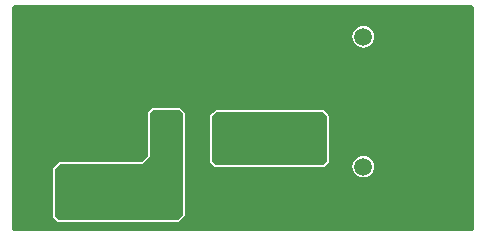
<source format=gtl>
G04*
G04 #@! TF.GenerationSoftware,Altium Limited,Altium NEXUS,4.0.8 (67)*
G04*
G04 Layer_Physical_Order=1*
G04 Layer_Color=255*
%FSLAX44Y44*%
%MOMM*%
G71*
G04*
G04 #@! TF.SameCoordinates,A6274CC6-94C6-42B1-B2ED-8DB77C6F39E9*
G04*
G04*
G04 #@! TF.FilePolarity,Positive*
G04*
G01*
G75*
%ADD14R,1.2500X3.3000*%
%ADD15R,5.5500X6.7000*%
%ADD27C,1.5000*%
%ADD28C,2.5000*%
%ADD29R,1.5000X1.5000*%
%ADD30C,1.2000*%
%ADD31O,2.0000X4.0000*%
%ADD32O,4.0000X2.0000*%
%ADD33O,4.5000X2.0000*%
%ADD34C,0.6000*%
G36*
X652820Y1261180D02*
Y1072820D01*
X651180Y1071180D01*
X262820D01*
X261180Y1072820D01*
Y1261180D01*
X262820Y1262820D01*
X651180D01*
X652820Y1261180D01*
D02*
G37*
%LPC*%
G36*
X559000Y1245179D02*
X556624Y1244866D01*
X554411Y1243949D01*
X552510Y1242490D01*
X551051Y1240589D01*
X550134Y1238376D01*
X549822Y1236000D01*
X550134Y1233624D01*
X551051Y1231411D01*
X552510Y1229510D01*
X554411Y1228051D01*
X556624Y1227134D01*
X559000Y1226822D01*
X561376Y1227134D01*
X563589Y1228051D01*
X565490Y1229510D01*
X566949Y1231411D01*
X567866Y1233624D01*
X568178Y1236000D01*
X567866Y1238376D01*
X566949Y1240589D01*
X565490Y1242490D01*
X563589Y1243949D01*
X561376Y1244866D01*
X559000Y1245179D01*
D02*
G37*
G36*
X403000Y1175631D02*
X403000Y1175631D01*
X381000Y1175631D01*
X380376Y1175507D01*
X380164Y1175366D01*
X379846Y1175154D01*
X379846Y1175153D01*
X376847Y1172153D01*
X376493Y1171624D01*
X376369Y1171000D01*
X376369Y1171000D01*
X376369Y1134676D01*
X371324Y1129631D01*
X302000Y1129631D01*
X302000Y1129631D01*
X301376Y1129507D01*
X300847Y1129154D01*
X300846Y1129154D01*
X296846Y1125154D01*
X296493Y1124624D01*
X296369Y1124000D01*
X296369Y1124000D01*
X296369Y1084000D01*
X296369Y1084000D01*
X296493Y1083376D01*
X296846Y1082846D01*
X296847Y1082846D01*
X299846Y1079846D01*
X300376Y1079493D01*
X301000Y1079369D01*
X301000Y1079369D01*
X402000Y1079369D01*
X402624Y1079493D01*
X402836Y1079634D01*
X403153Y1079846D01*
X403154Y1079846D01*
X407154Y1083846D01*
X407507Y1084376D01*
X407631Y1085000D01*
X407631Y1085000D01*
X407631Y1171000D01*
X407507Y1171624D01*
X407365Y1171836D01*
X407154Y1172153D01*
X407153Y1172154D01*
X404154Y1175153D01*
X404154Y1175154D01*
X403624Y1175507D01*
X403000Y1175631D01*
D02*
G37*
G36*
X435200Y1173631D02*
X435018Y1173595D01*
X434832Y1173589D01*
X434709Y1173533D01*
X434576Y1173507D01*
X434421Y1173404D01*
X434252Y1173327D01*
X430052Y1170328D01*
X429959Y1170229D01*
X429846Y1170154D01*
X429743Y1169999D01*
X429616Y1169864D01*
X429568Y1169737D01*
X429493Y1169624D01*
X429457Y1169442D01*
X429391Y1169268D01*
X429395Y1169133D01*
X429369Y1169000D01*
Y1130000D01*
X429493Y1129376D01*
X429846Y1128847D01*
X429846Y1128846D01*
X432846Y1125846D01*
X432846Y1125846D01*
X433376Y1125493D01*
X433626Y1125443D01*
X434000Y1125369D01*
X434000Y1125369D01*
X525000Y1125369D01*
X525000Y1125369D01*
X525624Y1125493D01*
X526153Y1125846D01*
X526154Y1125846D01*
X529153Y1128846D01*
X529154Y1128846D01*
X529366Y1129164D01*
X529507Y1129376D01*
X529631Y1130000D01*
X529631Y1130000D01*
Y1169000D01*
X529631Y1169000D01*
X529507Y1169624D01*
X529154Y1170154D01*
X529153Y1170154D01*
X526154Y1173153D01*
X526154Y1173153D01*
X525836Y1173365D01*
X525624Y1173507D01*
X525000Y1173631D01*
X525000Y1173631D01*
X435200Y1173631D01*
D02*
G37*
G36*
X559000Y1135179D02*
X556624Y1134866D01*
X554411Y1133949D01*
X552510Y1132490D01*
X551051Y1130589D01*
X550134Y1128376D01*
X549822Y1126000D01*
X550134Y1123624D01*
X551051Y1121411D01*
X552510Y1119510D01*
X554411Y1118051D01*
X556624Y1117134D01*
X559000Y1116822D01*
X561376Y1117134D01*
X563589Y1118051D01*
X565490Y1119510D01*
X566949Y1121411D01*
X567866Y1123624D01*
X568178Y1126000D01*
X567866Y1128376D01*
X566949Y1130589D01*
X565490Y1132490D01*
X563589Y1133949D01*
X561376Y1134866D01*
X559000Y1135179D01*
D02*
G37*
%LPD*%
G36*
X403000Y1174000D02*
X406000Y1171000D01*
X406000Y1085000D01*
X402000Y1081000D01*
X301000Y1081000D01*
X298000Y1084000D01*
X298000Y1124000D01*
X302000Y1128000D01*
X372000Y1128000D01*
X378000Y1134000D01*
X378000Y1171000D01*
X381000Y1174000D01*
X403000Y1174000D01*
D02*
G37*
G36*
X525000Y1172000D02*
X528000Y1169000D01*
Y1130000D01*
X525000Y1127000D01*
X434000Y1127000D01*
X431000Y1130000D01*
Y1169000D01*
X435200Y1172000D01*
X525000Y1172000D01*
D02*
G37*
D14*
X396100Y1151500D02*
D03*
X441900D02*
D03*
D15*
X419000Y1217000D02*
D03*
D27*
X559000Y1126000D02*
D03*
Y1236000D02*
D03*
X416000Y1102000D02*
D03*
D28*
X509000Y1156000D02*
D03*
Y1206000D02*
D03*
D29*
X396000Y1102000D02*
D03*
D30*
X479000Y1192000D02*
D03*
X470000Y1142000D02*
D03*
D31*
X275000Y1145000D02*
D03*
D32*
X325000Y1175000D02*
D03*
D33*
Y1113000D02*
D03*
D34*
X544000Y1216000D02*
D03*
X640000Y1247999D02*
D03*
Y1232000D02*
D03*
Y1216000D02*
D03*
Y1199999D02*
D03*
Y1183999D02*
D03*
Y1167999D02*
D03*
Y1152000D02*
D03*
Y1136000D02*
D03*
Y1119999D02*
D03*
Y1103999D02*
D03*
Y1088000D02*
D03*
X624000Y1247999D02*
D03*
Y1232000D02*
D03*
Y1216000D02*
D03*
Y1199999D02*
D03*
Y1183999D02*
D03*
Y1167999D02*
D03*
Y1152000D02*
D03*
Y1136000D02*
D03*
Y1119999D02*
D03*
Y1103999D02*
D03*
Y1088000D02*
D03*
X608000Y1247999D02*
D03*
Y1232000D02*
D03*
Y1216000D02*
D03*
Y1199999D02*
D03*
Y1183999D02*
D03*
Y1167999D02*
D03*
Y1152000D02*
D03*
Y1136000D02*
D03*
Y1119999D02*
D03*
Y1103999D02*
D03*
Y1088000D02*
D03*
X592000Y1247999D02*
D03*
Y1232000D02*
D03*
Y1216000D02*
D03*
Y1199999D02*
D03*
Y1183999D02*
D03*
Y1167999D02*
D03*
Y1152000D02*
D03*
Y1136000D02*
D03*
Y1119999D02*
D03*
Y1103999D02*
D03*
Y1088000D02*
D03*
X576000Y1247999D02*
D03*
Y1232000D02*
D03*
Y1216000D02*
D03*
Y1199999D02*
D03*
Y1183999D02*
D03*
Y1167999D02*
D03*
Y1152000D02*
D03*
Y1136000D02*
D03*
Y1119999D02*
D03*
Y1103999D02*
D03*
Y1088000D02*
D03*
X560000Y1216000D02*
D03*
Y1199999D02*
D03*
Y1183999D02*
D03*
Y1167999D02*
D03*
Y1152000D02*
D03*
Y1103999D02*
D03*
Y1088000D02*
D03*
X544000Y1247999D02*
D03*
Y1232000D02*
D03*
Y1199999D02*
D03*
Y1183999D02*
D03*
Y1167999D02*
D03*
Y1152000D02*
D03*
Y1136000D02*
D03*
Y1119999D02*
D03*
Y1103999D02*
D03*
Y1088000D02*
D03*
X528000Y1247999D02*
D03*
Y1232000D02*
D03*
Y1216000D02*
D03*
Y1199999D02*
D03*
Y1183999D02*
D03*
Y1119999D02*
D03*
Y1103999D02*
D03*
Y1088000D02*
D03*
X512000Y1247999D02*
D03*
Y1232000D02*
D03*
Y1183999D02*
D03*
Y1119999D02*
D03*
Y1103999D02*
D03*
Y1088000D02*
D03*
X496000Y1247999D02*
D03*
Y1232000D02*
D03*
Y1183999D02*
D03*
Y1119999D02*
D03*
Y1103999D02*
D03*
Y1088000D02*
D03*
X480000Y1247999D02*
D03*
Y1232000D02*
D03*
Y1216000D02*
D03*
Y1119999D02*
D03*
Y1103999D02*
D03*
Y1088000D02*
D03*
X464000Y1247999D02*
D03*
Y1232000D02*
D03*
Y1216000D02*
D03*
Y1199999D02*
D03*
Y1183999D02*
D03*
Y1119999D02*
D03*
Y1103999D02*
D03*
Y1088000D02*
D03*
X448000Y1119999D02*
D03*
Y1103999D02*
D03*
Y1088000D02*
D03*
X432000Y1119999D02*
D03*
Y1103999D02*
D03*
Y1088000D02*
D03*
X416000Y1167999D02*
D03*
Y1152000D02*
D03*
Y1136000D02*
D03*
Y1119999D02*
D03*
Y1088000D02*
D03*
X384000Y1247999D02*
D03*
Y1232000D02*
D03*
Y1216000D02*
D03*
Y1199999D02*
D03*
Y1183999D02*
D03*
X368000Y1247999D02*
D03*
Y1232000D02*
D03*
Y1216000D02*
D03*
Y1199999D02*
D03*
Y1183999D02*
D03*
Y1167999D02*
D03*
Y1152000D02*
D03*
Y1136000D02*
D03*
X352000Y1247999D02*
D03*
Y1232000D02*
D03*
Y1216000D02*
D03*
Y1199999D02*
D03*
Y1183999D02*
D03*
Y1167999D02*
D03*
Y1152000D02*
D03*
Y1136000D02*
D03*
X336000Y1247999D02*
D03*
Y1232000D02*
D03*
Y1216000D02*
D03*
Y1199999D02*
D03*
Y1152000D02*
D03*
Y1136000D02*
D03*
X320000Y1247999D02*
D03*
Y1232000D02*
D03*
Y1216000D02*
D03*
Y1199999D02*
D03*
Y1152000D02*
D03*
Y1136000D02*
D03*
X304000Y1247999D02*
D03*
Y1232000D02*
D03*
Y1216000D02*
D03*
Y1199999D02*
D03*
Y1152000D02*
D03*
Y1136000D02*
D03*
X288000Y1247999D02*
D03*
Y1232000D02*
D03*
Y1216000D02*
D03*
Y1199999D02*
D03*
Y1183999D02*
D03*
Y1167999D02*
D03*
Y1119999D02*
D03*
Y1103999D02*
D03*
Y1088000D02*
D03*
X272000Y1247999D02*
D03*
Y1232000D02*
D03*
Y1216000D02*
D03*
Y1199999D02*
D03*
Y1183999D02*
D03*
Y1119999D02*
D03*
Y1103999D02*
D03*
Y1088000D02*
D03*
X410000Y1190000D02*
D03*
X401000Y1190000D02*
D03*
X401000Y1199000D02*
D03*
X401000Y1208000D02*
D03*
X410000Y1199000D02*
D03*
X410000Y1208000D02*
D03*
X419000Y1190000D02*
D03*
X419000Y1199000D02*
D03*
X428000Y1190000D02*
D03*
X428000Y1199000D02*
D03*
X437000Y1190000D02*
D03*
X437000Y1199000D02*
D03*
X437000Y1208000D02*
D03*
X437000Y1244000D02*
D03*
X427955Y1244037D02*
D03*
X419000Y1244000D02*
D03*
X410000Y1244000D02*
D03*
X401000Y1244000D02*
D03*
X401000Y1235000D02*
D03*
X401000Y1226000D02*
D03*
X401000Y1217000D02*
D03*
X437000Y1235000D02*
D03*
X437000Y1226000D02*
D03*
X427955Y1235037D02*
D03*
X419000Y1235000D02*
D03*
X410000Y1235000D02*
D03*
X410000Y1226000D02*
D03*
X427955Y1226037D02*
D03*
X437000Y1217000D02*
D03*
X428000Y1208000D02*
D03*
X419000Y1208000D02*
D03*
X410000Y1217000D02*
D03*
X419000Y1226000D02*
D03*
X428000Y1217000D02*
D03*
X419000Y1217000D02*
D03*
M02*

</source>
